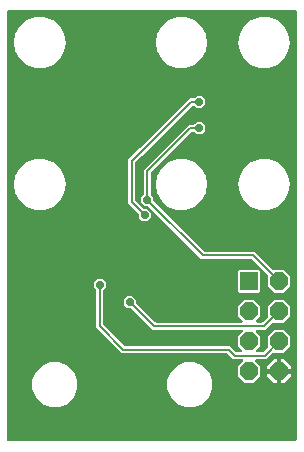
<source format=gbr>
G04 EAGLE Gerber RS-274X export*
G75*
%MOMM*%
%FSLAX34Y34*%
%LPD*%
%INBottom Copper*%
%IPPOS*%
%AMOC8*
5,1,8,0,0,1.08239X$1,22.5*%
G01*
%ADD10R,1.524000X1.524000*%
%ADD11P,1.649562X8X292.500000*%
%ADD12P,0.654629X8X22.500000*%
%ADD13C,0.203200*%

G36*
X246502Y2549D02*
X246502Y2549D01*
X246560Y2547D01*
X246642Y2569D01*
X246726Y2581D01*
X246779Y2604D01*
X246835Y2619D01*
X246908Y2662D01*
X246985Y2697D01*
X247030Y2735D01*
X247080Y2764D01*
X247138Y2826D01*
X247202Y2880D01*
X247234Y2929D01*
X247274Y2972D01*
X247313Y3047D01*
X247360Y3117D01*
X247377Y3173D01*
X247404Y3225D01*
X247415Y3293D01*
X247445Y3388D01*
X247448Y3488D01*
X247459Y3556D01*
X247459Y366444D01*
X247451Y366502D01*
X247453Y366560D01*
X247431Y366642D01*
X247419Y366726D01*
X247396Y366779D01*
X247381Y366835D01*
X247338Y366908D01*
X247303Y366985D01*
X247265Y367030D01*
X247236Y367080D01*
X247174Y367138D01*
X247120Y367202D01*
X247071Y367234D01*
X247028Y367274D01*
X246953Y367313D01*
X246883Y367360D01*
X246827Y367377D01*
X246775Y367404D01*
X246707Y367415D01*
X246612Y367445D01*
X246512Y367448D01*
X246444Y367459D01*
X3556Y367459D01*
X3498Y367451D01*
X3440Y367453D01*
X3358Y367431D01*
X3274Y367419D01*
X3221Y367396D01*
X3165Y367381D01*
X3092Y367338D01*
X3015Y367303D01*
X2970Y367265D01*
X2920Y367236D01*
X2862Y367174D01*
X2798Y367120D01*
X2766Y367071D01*
X2726Y367028D01*
X2687Y366953D01*
X2640Y366883D01*
X2623Y366827D01*
X2596Y366775D01*
X2585Y366707D01*
X2555Y366612D01*
X2552Y366512D01*
X2541Y366444D01*
X2541Y3556D01*
X2549Y3498D01*
X2547Y3440D01*
X2569Y3358D01*
X2581Y3274D01*
X2604Y3221D01*
X2619Y3165D01*
X2662Y3092D01*
X2697Y3015D01*
X2735Y2970D01*
X2764Y2920D01*
X2826Y2862D01*
X2880Y2798D01*
X2929Y2766D01*
X2972Y2726D01*
X3047Y2687D01*
X3117Y2640D01*
X3173Y2623D01*
X3225Y2596D01*
X3293Y2585D01*
X3388Y2555D01*
X3488Y2552D01*
X3556Y2541D01*
X246444Y2541D01*
X246502Y2549D01*
G37*
%LPC*%
G36*
X203302Y52247D02*
X203302Y52247D01*
X197647Y57902D01*
X197647Y65898D01*
X201967Y70218D01*
X201985Y70242D01*
X202007Y70261D01*
X202070Y70355D01*
X202138Y70445D01*
X202148Y70473D01*
X202165Y70497D01*
X202199Y70605D01*
X202239Y70711D01*
X202242Y70740D01*
X202251Y70768D01*
X202253Y70882D01*
X202263Y70994D01*
X202257Y71023D01*
X202258Y71052D01*
X202229Y71162D01*
X202207Y71273D01*
X202193Y71299D01*
X202186Y71327D01*
X202128Y71425D01*
X202076Y71525D01*
X202056Y71547D01*
X202041Y71572D01*
X201958Y71649D01*
X201880Y71731D01*
X201855Y71746D01*
X201833Y71766D01*
X201733Y71818D01*
X201635Y71875D01*
X201606Y71882D01*
X201580Y71896D01*
X201503Y71909D01*
X201359Y71945D01*
X201297Y71943D01*
X201249Y71951D01*
X193737Y71951D01*
X189035Y76654D01*
X188965Y76706D01*
X188901Y76766D01*
X188851Y76792D01*
X188807Y76825D01*
X188726Y76856D01*
X188648Y76896D01*
X188600Y76904D01*
X188542Y76926D01*
X188394Y76938D01*
X188317Y76951D01*
X99710Y76951D01*
X77901Y98760D01*
X77901Y130477D01*
X77893Y130533D01*
X77895Y130579D01*
X77888Y130605D01*
X77886Y130651D01*
X77869Y130704D01*
X77861Y130758D01*
X77828Y130832D01*
X77823Y130854D01*
X77818Y130861D01*
X77799Y130921D01*
X77771Y130961D01*
X77745Y131018D01*
X77678Y131097D01*
X77678Y131098D01*
X77676Y131099D01*
X77649Y131131D01*
X77604Y131195D01*
X75893Y132905D01*
X75893Y137095D01*
X78855Y140057D01*
X83045Y140057D01*
X86007Y137095D01*
X86007Y132905D01*
X84296Y131195D01*
X84244Y131125D01*
X84184Y131061D01*
X84158Y131012D01*
X84125Y130968D01*
X84102Y130906D01*
X84098Y130901D01*
X84093Y130884D01*
X84054Y130808D01*
X84046Y130760D01*
X84024Y130702D01*
X84020Y130653D01*
X84013Y130630D01*
X84011Y130548D01*
X83999Y130477D01*
X83999Y101706D01*
X84011Y101619D01*
X84014Y101532D01*
X84031Y101479D01*
X84039Y101424D01*
X84074Y101345D01*
X84101Y101261D01*
X84129Y101222D01*
X84155Y101165D01*
X84251Y101052D01*
X84296Y100988D01*
X101938Y83346D01*
X102008Y83294D01*
X102072Y83234D01*
X102121Y83208D01*
X102165Y83175D01*
X102247Y83144D01*
X102325Y83104D01*
X102372Y83096D01*
X102431Y83074D01*
X102579Y83062D01*
X102656Y83049D01*
X191263Y83049D01*
X195965Y78346D01*
X196035Y78294D01*
X196099Y78234D01*
X196149Y78208D01*
X196193Y78175D01*
X196274Y78144D01*
X196352Y78104D01*
X196400Y78096D01*
X196458Y78074D01*
X196606Y78062D01*
X196683Y78049D01*
X200449Y78049D01*
X200478Y78053D01*
X200508Y78050D01*
X200619Y78073D01*
X200731Y78089D01*
X200757Y78101D01*
X200786Y78106D01*
X200887Y78158D01*
X200990Y78205D01*
X201013Y78224D01*
X201039Y78237D01*
X201121Y78315D01*
X201207Y78388D01*
X201223Y78413D01*
X201245Y78433D01*
X201302Y78531D01*
X201365Y78625D01*
X201374Y78653D01*
X201388Y78678D01*
X201416Y78788D01*
X201451Y78896D01*
X201451Y78926D01*
X201458Y78954D01*
X201455Y79067D01*
X201458Y79180D01*
X201450Y79209D01*
X201449Y79238D01*
X201415Y79346D01*
X201386Y79455D01*
X201371Y79481D01*
X201362Y79509D01*
X201316Y79572D01*
X201241Y79700D01*
X201195Y79743D01*
X201167Y79782D01*
X197647Y83302D01*
X197647Y91298D01*
X201567Y95218D01*
X201585Y95242D01*
X201607Y95261D01*
X201670Y95355D01*
X201738Y95445D01*
X201748Y95473D01*
X201765Y95497D01*
X201799Y95605D01*
X201839Y95711D01*
X201842Y95740D01*
X201851Y95768D01*
X201853Y95882D01*
X201863Y95994D01*
X201857Y96023D01*
X201858Y96052D01*
X201829Y96162D01*
X201807Y96273D01*
X201793Y96299D01*
X201786Y96327D01*
X201728Y96425D01*
X201676Y96525D01*
X201656Y96547D01*
X201641Y96572D01*
X201558Y96649D01*
X201480Y96731D01*
X201455Y96746D01*
X201433Y96766D01*
X201333Y96818D01*
X201235Y96875D01*
X201206Y96882D01*
X201180Y96896D01*
X201103Y96909D01*
X200959Y96945D01*
X200897Y96943D01*
X200849Y96951D01*
X125417Y96951D01*
X107393Y114976D01*
X107323Y115029D01*
X107259Y115089D01*
X107209Y115114D01*
X107165Y115147D01*
X107084Y115178D01*
X107006Y115218D01*
X106958Y115226D01*
X106900Y115248D01*
X106752Y115261D01*
X106675Y115274D01*
X104255Y115274D01*
X101293Y118236D01*
X101293Y122425D01*
X104255Y125387D01*
X108445Y125387D01*
X111407Y122425D01*
X111407Y120006D01*
X111419Y119919D01*
X111422Y119832D01*
X111439Y119779D01*
X111447Y119724D01*
X111482Y119644D01*
X111509Y119561D01*
X111537Y119522D01*
X111563Y119465D01*
X111659Y119351D01*
X111704Y119288D01*
X127646Y103346D01*
X127716Y103294D01*
X127779Y103234D01*
X127829Y103208D01*
X127873Y103175D01*
X127955Y103144D01*
X128033Y103104D01*
X128080Y103096D01*
X128139Y103074D01*
X128286Y103062D01*
X128364Y103049D01*
X200849Y103049D01*
X200878Y103053D01*
X200908Y103050D01*
X201019Y103073D01*
X201131Y103089D01*
X201157Y103101D01*
X201186Y103106D01*
X201287Y103158D01*
X201390Y103205D01*
X201413Y103224D01*
X201439Y103237D01*
X201521Y103315D01*
X201607Y103388D01*
X201623Y103413D01*
X201645Y103433D01*
X201702Y103531D01*
X201765Y103625D01*
X201774Y103653D01*
X201788Y103678D01*
X201816Y103788D01*
X201851Y103896D01*
X201851Y103926D01*
X201858Y103954D01*
X201855Y104067D01*
X201858Y104180D01*
X201850Y104209D01*
X201849Y104238D01*
X201815Y104346D01*
X201786Y104455D01*
X201771Y104481D01*
X201762Y104509D01*
X201716Y104572D01*
X201641Y104700D01*
X201639Y104701D01*
X201639Y104702D01*
X201595Y104743D01*
X201567Y104782D01*
X197647Y108702D01*
X197647Y116698D01*
X203302Y122353D01*
X211298Y122353D01*
X216953Y116698D01*
X216953Y108702D01*
X213033Y104782D01*
X213016Y104759D01*
X212995Y104741D01*
X212994Y104741D01*
X212993Y104739D01*
X212930Y104645D01*
X212862Y104555D01*
X212852Y104527D01*
X212835Y104503D01*
X212801Y104395D01*
X212761Y104289D01*
X212758Y104260D01*
X212749Y104232D01*
X212747Y104118D01*
X212737Y104006D01*
X212743Y103977D01*
X212742Y103948D01*
X212771Y103838D01*
X212793Y103727D01*
X212807Y103701D01*
X212814Y103673D01*
X212872Y103575D01*
X212924Y103475D01*
X212944Y103453D01*
X212959Y103428D01*
X213042Y103351D01*
X213120Y103269D01*
X213145Y103254D01*
X213167Y103234D01*
X213267Y103182D01*
X213365Y103125D01*
X213394Y103118D01*
X213420Y103104D01*
X213497Y103091D01*
X213641Y103055D01*
X213703Y103057D01*
X213751Y103049D01*
X218317Y103049D01*
X218403Y103061D01*
X218491Y103064D01*
X218543Y103081D01*
X218598Y103089D01*
X218678Y103124D01*
X218761Y103151D01*
X218800Y103179D01*
X218858Y103205D01*
X218971Y103301D01*
X219035Y103346D01*
X223001Y107312D01*
X223036Y107359D01*
X223078Y107399D01*
X223121Y107472D01*
X223172Y107540D01*
X223193Y107594D01*
X223222Y107645D01*
X223243Y107726D01*
X223273Y107805D01*
X223278Y107863D01*
X223292Y107920D01*
X223290Y108005D01*
X223297Y108089D01*
X223285Y108146D01*
X223283Y108204D01*
X223257Y108285D01*
X223241Y108367D01*
X223214Y108419D01*
X223196Y108475D01*
X223156Y108531D01*
X223110Y108620D01*
X223047Y108685D01*
X223047Y116698D01*
X228702Y122353D01*
X236698Y122353D01*
X242353Y116698D01*
X242353Y108702D01*
X236698Y103047D01*
X228691Y103047D01*
X228661Y103078D01*
X228588Y103121D01*
X228521Y103172D01*
X228466Y103193D01*
X228416Y103222D01*
X228334Y103243D01*
X228255Y103273D01*
X228197Y103278D01*
X228140Y103292D01*
X228056Y103290D01*
X227972Y103297D01*
X227915Y103285D01*
X227856Y103283D01*
X227776Y103257D01*
X227693Y103241D01*
X227641Y103214D01*
X227586Y103196D01*
X227530Y103156D01*
X227441Y103110D01*
X227369Y103041D01*
X227312Y103001D01*
X223346Y99035D01*
X223346Y99034D01*
X221263Y96951D01*
X213751Y96951D01*
X213722Y96947D01*
X213692Y96950D01*
X213581Y96927D01*
X213469Y96911D01*
X213443Y96899D01*
X213414Y96894D01*
X213313Y96842D01*
X213210Y96795D01*
X213187Y96776D01*
X213161Y96763D01*
X213079Y96685D01*
X212993Y96612D01*
X212977Y96587D01*
X212955Y96567D01*
X212898Y96469D01*
X212835Y96375D01*
X212826Y96347D01*
X212812Y96322D01*
X212784Y96212D01*
X212749Y96104D01*
X212749Y96074D01*
X212742Y96046D01*
X212745Y95933D01*
X212742Y95820D01*
X212750Y95791D01*
X212751Y95762D01*
X212785Y95654D01*
X212814Y95545D01*
X212829Y95519D01*
X212838Y95491D01*
X212884Y95428D01*
X212959Y95300D01*
X213005Y95257D01*
X213033Y95218D01*
X216953Y91298D01*
X216953Y83302D01*
X213433Y79782D01*
X213415Y79758D01*
X213393Y79739D01*
X213330Y79645D01*
X213262Y79555D01*
X213252Y79527D01*
X213235Y79503D01*
X213201Y79395D01*
X213161Y79289D01*
X213158Y79260D01*
X213149Y79232D01*
X213147Y79118D01*
X213137Y79006D01*
X213143Y78977D01*
X213142Y78948D01*
X213171Y78838D01*
X213193Y78727D01*
X213207Y78701D01*
X213214Y78673D01*
X213272Y78575D01*
X213324Y78475D01*
X213344Y78453D01*
X213359Y78428D01*
X213442Y78351D01*
X213520Y78269D01*
X213545Y78254D01*
X213567Y78234D01*
X213667Y78182D01*
X213765Y78125D01*
X213794Y78118D01*
X213820Y78104D01*
X213897Y78091D01*
X214041Y78055D01*
X214103Y78057D01*
X214151Y78049D01*
X218717Y78049D01*
X218803Y78061D01*
X218891Y78064D01*
X218943Y78081D01*
X218998Y78089D01*
X219078Y78124D01*
X219161Y78151D01*
X219200Y78179D01*
X219258Y78205D01*
X219371Y78301D01*
X219435Y78346D01*
X223001Y81912D01*
X223036Y81959D01*
X223078Y81999D01*
X223121Y82072D01*
X223172Y82140D01*
X223193Y82194D01*
X223222Y82245D01*
X223243Y82326D01*
X223273Y82405D01*
X223278Y82463D01*
X223292Y82520D01*
X223290Y82605D01*
X223297Y82689D01*
X223285Y82746D01*
X223283Y82804D01*
X223257Y82885D01*
X223241Y82967D01*
X223214Y83019D01*
X223196Y83075D01*
X223156Y83131D01*
X223110Y83220D01*
X223047Y83285D01*
X223047Y91298D01*
X228702Y96953D01*
X236698Y96953D01*
X242353Y91298D01*
X242353Y83302D01*
X236698Y77647D01*
X228691Y77647D01*
X228661Y77678D01*
X228588Y77721D01*
X228521Y77772D01*
X228466Y77793D01*
X228416Y77822D01*
X228334Y77843D01*
X228255Y77873D01*
X228197Y77878D01*
X228140Y77892D01*
X228056Y77890D01*
X227972Y77897D01*
X227915Y77885D01*
X227856Y77883D01*
X227776Y77857D01*
X227693Y77841D01*
X227641Y77814D01*
X227586Y77796D01*
X227530Y77756D01*
X227441Y77710D01*
X227369Y77641D01*
X227312Y77601D01*
X221663Y71951D01*
X213351Y71951D01*
X213322Y71947D01*
X213292Y71950D01*
X213181Y71927D01*
X213069Y71911D01*
X213043Y71899D01*
X213014Y71894D01*
X212913Y71842D01*
X212810Y71795D01*
X212787Y71776D01*
X212761Y71763D01*
X212679Y71685D01*
X212593Y71612D01*
X212577Y71587D01*
X212555Y71567D01*
X212498Y71469D01*
X212435Y71375D01*
X212426Y71347D01*
X212412Y71322D01*
X212384Y71212D01*
X212349Y71104D01*
X212349Y71074D01*
X212342Y71046D01*
X212345Y70933D01*
X212342Y70820D01*
X212350Y70791D01*
X212351Y70762D01*
X212385Y70654D01*
X212414Y70545D01*
X212429Y70519D01*
X212438Y70491D01*
X212484Y70428D01*
X212559Y70300D01*
X212605Y70257D01*
X212633Y70218D01*
X216953Y65898D01*
X216953Y57902D01*
X211298Y52247D01*
X203302Y52247D01*
G37*
%LPD*%
%LPC*%
G36*
X228702Y128447D02*
X228702Y128447D01*
X223047Y134102D01*
X223047Y142109D01*
X223078Y142139D01*
X223121Y142212D01*
X223172Y142279D01*
X223193Y142334D01*
X223222Y142384D01*
X223243Y142466D01*
X223273Y142545D01*
X223278Y142603D01*
X223292Y142660D01*
X223290Y142744D01*
X223297Y142828D01*
X223285Y142885D01*
X223283Y142944D01*
X223257Y143024D01*
X223241Y143107D01*
X223214Y143159D01*
X223196Y143214D01*
X223156Y143270D01*
X223110Y143359D01*
X223041Y143431D01*
X223001Y143488D01*
X209835Y156654D01*
X209765Y156706D01*
X209701Y156766D01*
X209651Y156792D01*
X209607Y156825D01*
X209526Y156856D01*
X209448Y156896D01*
X209400Y156904D01*
X209342Y156926D01*
X209194Y156938D01*
X209117Y156951D01*
X166737Y156951D01*
X122043Y201646D01*
X121973Y201698D01*
X121909Y201758D01*
X121859Y201784D01*
X121815Y201817D01*
X121734Y201848D01*
X121656Y201888D01*
X121608Y201896D01*
X121550Y201918D01*
X121402Y201930D01*
X121325Y201943D01*
X118905Y201943D01*
X115943Y204905D01*
X115943Y209095D01*
X117654Y210805D01*
X117706Y210875D01*
X117766Y210939D01*
X117792Y210988D01*
X117825Y211032D01*
X117856Y211114D01*
X117896Y211192D01*
X117904Y211240D01*
X117926Y211298D01*
X117938Y211446D01*
X117951Y211523D01*
X117951Y232263D01*
X156237Y270549D01*
X160477Y270549D01*
X160564Y270561D01*
X160651Y270564D01*
X160704Y270581D01*
X160758Y270589D01*
X160838Y270624D01*
X160921Y270651D01*
X160961Y270679D01*
X161018Y270705D01*
X161131Y270801D01*
X161195Y270846D01*
X162905Y272557D01*
X167095Y272557D01*
X170057Y269595D01*
X170057Y265405D01*
X167095Y262443D01*
X162905Y262443D01*
X161195Y264154D01*
X161125Y264206D01*
X161061Y264266D01*
X161012Y264292D01*
X160968Y264325D01*
X160886Y264356D01*
X160808Y264396D01*
X160760Y264404D01*
X160702Y264426D01*
X160554Y264438D01*
X160477Y264451D01*
X159183Y264451D01*
X159097Y264439D01*
X159009Y264436D01*
X158957Y264419D01*
X158902Y264411D01*
X158822Y264376D01*
X158739Y264349D01*
X158700Y264321D01*
X158642Y264295D01*
X158529Y264199D01*
X158465Y264154D01*
X124346Y230035D01*
X124294Y229965D01*
X124234Y229901D01*
X124208Y229851D01*
X124175Y229807D01*
X124144Y229726D01*
X124104Y229648D01*
X124096Y229600D01*
X124074Y229542D01*
X124062Y229394D01*
X124049Y229317D01*
X124049Y211523D01*
X124061Y211436D01*
X124064Y211349D01*
X124081Y211296D01*
X124089Y211242D01*
X124124Y211162D01*
X124151Y211079D01*
X124179Y211039D01*
X124205Y210982D01*
X124301Y210869D01*
X124346Y210805D01*
X126057Y209095D01*
X126057Y206675D01*
X126069Y206589D01*
X126072Y206501D01*
X126089Y206449D01*
X126097Y206394D01*
X126132Y206314D01*
X126159Y206231D01*
X126187Y206192D01*
X126213Y206134D01*
X126309Y206021D01*
X126354Y205957D01*
X168965Y163346D01*
X169035Y163294D01*
X169099Y163234D01*
X169149Y163208D01*
X169193Y163175D01*
X169274Y163144D01*
X169352Y163104D01*
X169400Y163096D01*
X169458Y163074D01*
X169606Y163062D01*
X169683Y163049D01*
X212063Y163049D01*
X214146Y160966D01*
X214146Y160965D01*
X227312Y147799D01*
X227359Y147764D01*
X227399Y147722D01*
X227472Y147679D01*
X227540Y147628D01*
X227594Y147607D01*
X227645Y147578D01*
X227726Y147557D01*
X227805Y147527D01*
X227863Y147522D01*
X227920Y147508D01*
X228005Y147510D01*
X228089Y147503D01*
X228146Y147515D01*
X228204Y147517D01*
X228285Y147543D01*
X228367Y147559D01*
X228419Y147586D01*
X228475Y147604D01*
X228531Y147644D01*
X228620Y147690D01*
X228685Y147753D01*
X236698Y147753D01*
X242353Y142098D01*
X242353Y134102D01*
X236698Y128447D01*
X228702Y128447D01*
G37*
%LPD*%
%LPC*%
G36*
X216193Y198409D02*
X216193Y198409D01*
X209038Y201013D01*
X203205Y205908D01*
X199398Y212502D01*
X198076Y220000D01*
X199398Y227498D01*
X203205Y234092D01*
X209038Y238987D01*
X216193Y241591D01*
X223807Y241591D01*
X230962Y238987D01*
X236795Y234092D01*
X240602Y227498D01*
X241924Y220000D01*
X240602Y212502D01*
X236795Y205908D01*
X230962Y201013D01*
X223807Y198409D01*
X216193Y198409D01*
G37*
%LPD*%
%LPC*%
G36*
X216193Y318409D02*
X216193Y318409D01*
X209038Y321013D01*
X203205Y325908D01*
X199398Y332502D01*
X198076Y340000D01*
X199398Y347498D01*
X203205Y354092D01*
X209038Y358987D01*
X216193Y361591D01*
X223807Y361591D01*
X230962Y358987D01*
X236795Y354092D01*
X240602Y347498D01*
X241924Y340000D01*
X240602Y332502D01*
X236795Y325908D01*
X230962Y321013D01*
X223807Y318409D01*
X216193Y318409D01*
G37*
%LPD*%
%LPC*%
G36*
X146193Y318409D02*
X146193Y318409D01*
X139038Y321013D01*
X133205Y325908D01*
X129398Y332502D01*
X128076Y340000D01*
X129398Y347498D01*
X133205Y354092D01*
X139038Y358987D01*
X146193Y361591D01*
X153807Y361591D01*
X160962Y358987D01*
X166795Y354092D01*
X170602Y347498D01*
X171924Y340000D01*
X170602Y332502D01*
X166795Y325908D01*
X160962Y321013D01*
X153807Y318409D01*
X146193Y318409D01*
G37*
%LPD*%
%LPC*%
G36*
X26193Y198409D02*
X26193Y198409D01*
X19038Y201013D01*
X13205Y205908D01*
X9398Y212502D01*
X8076Y220000D01*
X9398Y227498D01*
X13205Y234092D01*
X19038Y238987D01*
X26193Y241591D01*
X33807Y241591D01*
X40962Y238987D01*
X46795Y234092D01*
X50602Y227498D01*
X51924Y220000D01*
X50602Y212502D01*
X46795Y205908D01*
X40962Y201013D01*
X33807Y198409D01*
X26193Y198409D01*
G37*
%LPD*%
%LPC*%
G36*
X146193Y198409D02*
X146193Y198409D01*
X139038Y201013D01*
X133205Y205908D01*
X129398Y212502D01*
X128076Y220000D01*
X129398Y227498D01*
X133205Y234092D01*
X139038Y238987D01*
X146193Y241591D01*
X153807Y241591D01*
X160962Y238987D01*
X166795Y234092D01*
X170602Y227498D01*
X171924Y220000D01*
X170602Y212502D01*
X166795Y205908D01*
X160962Y201013D01*
X153807Y198409D01*
X146193Y198409D01*
G37*
%LPD*%
%LPC*%
G36*
X26193Y318409D02*
X26193Y318409D01*
X19038Y321013D01*
X13205Y325908D01*
X9398Y332502D01*
X8076Y340000D01*
X9398Y347498D01*
X13205Y354092D01*
X19038Y358987D01*
X26193Y361591D01*
X33807Y361591D01*
X40962Y358987D01*
X46795Y354092D01*
X50602Y347498D01*
X51924Y340000D01*
X50602Y332502D01*
X46795Y325908D01*
X40962Y321013D01*
X33807Y318409D01*
X26193Y318409D01*
G37*
%LPD*%
%LPC*%
G36*
X153363Y31459D02*
X153363Y31459D01*
X146364Y34358D01*
X141008Y39714D01*
X138109Y46713D01*
X138109Y54287D01*
X141008Y61286D01*
X146364Y66642D01*
X153363Y69541D01*
X160937Y69541D01*
X167936Y66642D01*
X173292Y61286D01*
X176191Y54287D01*
X176191Y46713D01*
X173292Y39714D01*
X167936Y34358D01*
X160937Y31459D01*
X153363Y31459D01*
G37*
%LPD*%
%LPC*%
G36*
X39063Y31459D02*
X39063Y31459D01*
X32064Y34358D01*
X26708Y39714D01*
X23809Y46713D01*
X23809Y54287D01*
X26708Y61286D01*
X32064Y66642D01*
X39063Y69541D01*
X46637Y69541D01*
X53636Y66642D01*
X58992Y61286D01*
X61891Y54287D01*
X61891Y46713D01*
X58992Y39714D01*
X53636Y34358D01*
X46637Y31459D01*
X39063Y31459D01*
G37*
%LPD*%
%LPC*%
G36*
X116955Y188893D02*
X116955Y188893D01*
X113993Y191855D01*
X113993Y194275D01*
X113981Y194361D01*
X113978Y194449D01*
X113961Y194501D01*
X113953Y194556D01*
X113918Y194636D01*
X113891Y194719D01*
X113863Y194758D01*
X113837Y194816D01*
X113741Y194929D01*
X113696Y194993D01*
X104951Y203737D01*
X104951Y241263D01*
X107034Y243346D01*
X107035Y243346D01*
X114237Y250549D01*
X114317Y250549D01*
X114403Y250561D01*
X114491Y250564D01*
X114543Y250581D01*
X114598Y250589D01*
X114678Y250624D01*
X114761Y250651D01*
X114800Y250679D01*
X114858Y250705D01*
X114971Y250801D01*
X115035Y250846D01*
X157237Y293049D01*
X160477Y293049D01*
X160564Y293061D01*
X160651Y293064D01*
X160704Y293081D01*
X160758Y293089D01*
X160838Y293124D01*
X160921Y293151D01*
X160961Y293179D01*
X161018Y293205D01*
X161131Y293301D01*
X161195Y293346D01*
X162905Y295057D01*
X167095Y295057D01*
X170057Y292095D01*
X170057Y287905D01*
X167095Y284943D01*
X162905Y284943D01*
X161195Y286654D01*
X161125Y286706D01*
X161061Y286766D01*
X161012Y286792D01*
X160968Y286825D01*
X160886Y286856D01*
X160808Y286896D01*
X160760Y286904D01*
X160702Y286926D01*
X160554Y286938D01*
X160477Y286951D01*
X160183Y286951D01*
X160097Y286939D01*
X160009Y286936D01*
X159957Y286919D01*
X159902Y286911D01*
X159822Y286876D01*
X159739Y286849D01*
X159700Y286821D01*
X159642Y286795D01*
X159529Y286699D01*
X159465Y286654D01*
X116763Y243951D01*
X116683Y243951D01*
X116597Y243939D01*
X116509Y243936D01*
X116457Y243919D01*
X116402Y243911D01*
X116322Y243876D01*
X116239Y243849D01*
X116200Y243821D01*
X116142Y243795D01*
X116029Y243699D01*
X115965Y243654D01*
X111346Y239035D01*
X111294Y238965D01*
X111234Y238901D01*
X111208Y238851D01*
X111175Y238807D01*
X111144Y238726D01*
X111104Y238648D01*
X111096Y238600D01*
X111074Y238542D01*
X111062Y238394D01*
X111049Y238317D01*
X111049Y206683D01*
X111061Y206597D01*
X111064Y206509D01*
X111081Y206457D01*
X111089Y206402D01*
X111124Y206322D01*
X111151Y206239D01*
X111179Y206200D01*
X111205Y206142D01*
X111301Y206029D01*
X111346Y205965D01*
X118007Y199304D01*
X118077Y199252D01*
X118141Y199192D01*
X118191Y199166D01*
X118235Y199133D01*
X118316Y199102D01*
X118394Y199062D01*
X118442Y199054D01*
X118500Y199032D01*
X118648Y199020D01*
X118725Y199007D01*
X121145Y199007D01*
X124107Y196045D01*
X124107Y191855D01*
X121145Y188893D01*
X116955Y188893D01*
G37*
%LPD*%
%LPC*%
G36*
X198838Y128447D02*
X198838Y128447D01*
X197647Y129638D01*
X197647Y146562D01*
X198838Y147753D01*
X215762Y147753D01*
X216953Y146562D01*
X216953Y129638D01*
X215762Y128447D01*
X198838Y128447D01*
G37*
%LPD*%
%LPC*%
G36*
X234731Y63931D02*
X234731Y63931D01*
X234731Y72061D01*
X236909Y72061D01*
X242861Y66109D01*
X242861Y63931D01*
X234731Y63931D01*
G37*
%LPD*%
%LPC*%
G36*
X222539Y63931D02*
X222539Y63931D01*
X222539Y66109D01*
X228491Y72061D01*
X230669Y72061D01*
X230669Y63931D01*
X222539Y63931D01*
G37*
%LPD*%
%LPC*%
G36*
X234731Y51739D02*
X234731Y51739D01*
X234731Y59869D01*
X242861Y59869D01*
X242861Y57691D01*
X236909Y51739D01*
X234731Y51739D01*
G37*
%LPD*%
%LPC*%
G36*
X228491Y51739D02*
X228491Y51739D01*
X222539Y57691D01*
X222539Y59869D01*
X230669Y59869D01*
X230669Y51739D01*
X228491Y51739D01*
G37*
%LPD*%
%LPC*%
G36*
X232699Y61899D02*
X232699Y61899D01*
X232699Y61901D01*
X232701Y61901D01*
X232701Y61899D01*
X232699Y61899D01*
G37*
%LPD*%
D10*
X207300Y138100D03*
D11*
X232700Y138100D03*
X207300Y112700D03*
X232700Y112700D03*
X207300Y87300D03*
X232700Y87300D03*
X207300Y61900D03*
X232700Y61900D03*
D12*
X112750Y187000D03*
X125250Y187000D03*
X200000Y170000D03*
X87250Y187000D03*
X87250Y144000D03*
X74500Y144000D03*
X55500Y143000D03*
X55500Y187000D03*
X100000Y144000D03*
X112750Y144000D03*
X125500Y144000D03*
X150000Y190000D03*
X153500Y299500D03*
X153000Y144000D03*
X10000Y40000D03*
X190000Y40000D03*
X165000Y280000D03*
X74500Y187000D03*
X114500Y224000D03*
X168000Y253000D03*
X237000Y179500D03*
X130000Y250000D03*
X121000Y278500D03*
X121000Y207000D03*
D13*
X121000Y231000D01*
D12*
X165000Y267500D03*
D13*
X157500Y267500D02*
X121000Y231000D01*
X157500Y267500D02*
X165000Y267500D01*
X210800Y160000D02*
X232700Y138100D01*
X210800Y160000D02*
X168000Y160000D01*
X121000Y207000D01*
D12*
X119050Y193950D03*
X165000Y290000D03*
D13*
X158500Y290000D01*
X108000Y205000D02*
X119050Y193950D01*
X115500Y247000D02*
X158500Y290000D01*
X115500Y247500D02*
X115500Y247000D01*
X115500Y247500D02*
X108000Y240000D01*
X108000Y205000D01*
X220000Y100000D02*
X232700Y112700D01*
X220000Y100000D02*
X126680Y100000D01*
X106350Y120330D01*
D12*
X106350Y120330D03*
X80950Y135000D03*
D13*
X80950Y100023D01*
X100973Y80000D01*
X190000Y80000D01*
X195000Y75000D01*
X220400Y75000D01*
X232700Y87300D01*
M02*

</source>
